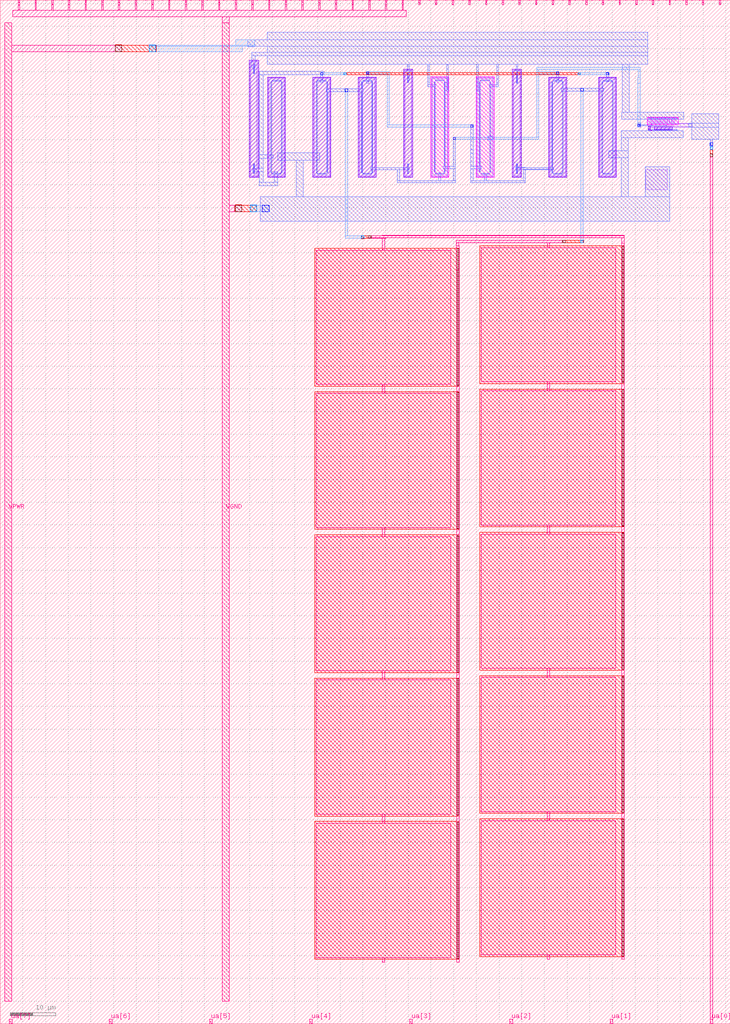
<source format=lef>
VERSION 5.7 ;
  NOWIREEXTENSIONATPIN ON ;
  DIVIDERCHAR "/" ;
  BUSBITCHARS "[]" ;
MACRO tt_um_mattvenn_relax_osc
  CLASS BLOCK ;
  FOREIGN tt_um_mattvenn_relax_osc ;
  ORIGIN 0.000 0.000 ;
  SIZE 161.000 BY 225.760 ;
  PIN clk
    DIRECTION INPUT ;
    USE SIGNAL ;
    PORT
      LAYER met4 ;
        RECT 154.870 224.760 155.170 225.760 ;
    END
  END clk
  PIN ena
    DIRECTION INPUT ;
    USE SIGNAL ;
    PORT
      LAYER met4 ;
        RECT 158.550 224.760 158.850 225.760 ;
    END
  END ena
  PIN rst_n
    DIRECTION INPUT ;
    USE SIGNAL ;
    PORT
      LAYER met4 ;
        RECT 151.190 224.760 151.490 225.760 ;
    END
  END rst_n
  PIN ua[0]
    DIRECTION INOUT ;
    USE SIGNAL ;
    ANTENNADIFFAREA 2.090400 ;
    PORT
      LAYER met4 ;
        RECT 156.560 0.000 157.160 1.000 ;
    END
  END ua[0]
  PIN ua[1]
    DIRECTION INOUT ;
    USE SIGNAL ;
    PORT
      LAYER met4 ;
        RECT 134.480 0.000 135.080 1.000 ;
    END
  END ua[1]
  PIN ua[2]
    DIRECTION INOUT ;
    USE SIGNAL ;
    PORT
      LAYER met4 ;
        RECT 112.400 0.000 113.000 1.000 ;
    END
  END ua[2]
  PIN ua[3]
    DIRECTION INOUT ;
    USE SIGNAL ;
    PORT
      LAYER met4 ;
        RECT 90.320 0.000 90.920 1.000 ;
    END
  END ua[3]
  PIN ua[4]
    DIRECTION INOUT ;
    USE SIGNAL ;
    PORT
      LAYER met4 ;
        RECT 68.240 0.000 68.840 1.000 ;
    END
  END ua[4]
  PIN ua[5]
    DIRECTION INOUT ;
    USE SIGNAL ;
    PORT
      LAYER met4 ;
        RECT 46.160 0.000 46.760 1.000 ;
    END
  END ua[5]
  PIN ua[6]
    DIRECTION INOUT ;
    USE SIGNAL ;
    PORT
      LAYER met4 ;
        RECT 24.080 0.000 24.680 1.000 ;
    END
  END ua[6]
  PIN ua[7]
    DIRECTION INOUT ;
    USE SIGNAL ;
    PORT
      LAYER met4 ;
        RECT 2.000 0.000 2.600 1.000 ;
    END
  END ua[7]
  PIN ui_in[0]
    DIRECTION INPUT ;
    USE SIGNAL ;
    PORT
      LAYER met4 ;
        RECT 147.510 224.760 147.810 225.760 ;
    END
  END ui_in[0]
  PIN ui_in[1]
    DIRECTION INPUT ;
    USE SIGNAL ;
    PORT
      LAYER met4 ;
        RECT 143.830 224.760 144.130 225.760 ;
    END
  END ui_in[1]
  PIN ui_in[2]
    DIRECTION INPUT ;
    USE SIGNAL ;
    PORT
      LAYER met4 ;
        RECT 140.150 224.760 140.450 225.760 ;
    END
  END ui_in[2]
  PIN ui_in[3]
    DIRECTION INPUT ;
    USE SIGNAL ;
    PORT
      LAYER met4 ;
        RECT 136.470 224.760 136.770 225.760 ;
    END
  END ui_in[3]
  PIN ui_in[4]
    DIRECTION INPUT ;
    USE SIGNAL ;
    PORT
      LAYER met4 ;
        RECT 132.790 224.760 133.090 225.760 ;
    END
  END ui_in[4]
  PIN ui_in[5]
    DIRECTION INPUT ;
    USE SIGNAL ;
    PORT
      LAYER met4 ;
        RECT 129.110 224.760 129.410 225.760 ;
    END
  END ui_in[5]
  PIN ui_in[6]
    DIRECTION INPUT ;
    USE SIGNAL ;
    PORT
      LAYER met4 ;
        RECT 125.430 224.760 125.730 225.760 ;
    END
  END ui_in[6]
  PIN ui_in[7]
    DIRECTION INPUT ;
    USE SIGNAL ;
    PORT
      LAYER met4 ;
        RECT 121.750 224.760 122.050 225.760 ;
    END
  END ui_in[7]
  PIN uio_in[0]
    DIRECTION INPUT ;
    USE SIGNAL ;
    PORT
      LAYER met4 ;
        RECT 118.070 224.760 118.370 225.760 ;
    END
  END uio_in[0]
  PIN uio_in[1]
    DIRECTION INPUT ;
    USE SIGNAL ;
    PORT
      LAYER met4 ;
        RECT 114.390 224.760 114.690 225.760 ;
    END
  END uio_in[1]
  PIN uio_in[2]
    DIRECTION INPUT ;
    USE SIGNAL ;
    PORT
      LAYER met4 ;
        RECT 110.710 224.760 111.010 225.760 ;
    END
  END uio_in[2]
  PIN uio_in[3]
    DIRECTION INPUT ;
    USE SIGNAL ;
    PORT
      LAYER met4 ;
        RECT 107.030 224.760 107.330 225.760 ;
    END
  END uio_in[3]
  PIN uio_in[4]
    DIRECTION INPUT ;
    USE SIGNAL ;
    PORT
      LAYER met4 ;
        RECT 103.350 224.760 103.650 225.760 ;
    END
  END uio_in[4]
  PIN uio_in[5]
    DIRECTION INPUT ;
    USE SIGNAL ;
    PORT
      LAYER met4 ;
        RECT 99.670 224.760 99.970 225.760 ;
    END
  END uio_in[5]
  PIN uio_in[6]
    DIRECTION INPUT ;
    USE SIGNAL ;
    PORT
      LAYER met4 ;
        RECT 95.990 224.760 96.290 225.760 ;
    END
  END uio_in[6]
  PIN uio_in[7]
    DIRECTION INPUT ;
    USE SIGNAL ;
    PORT
      LAYER met4 ;
        RECT 92.310 224.760 92.610 225.760 ;
    END
  END uio_in[7]
  PIN uio_oe[0]
    DIRECTION OUTPUT ;
    USE SIGNAL ;
    ANTENNADIFFAREA 18.064650 ;
    PORT
      LAYER met4 ;
        RECT 29.750 224.760 30.050 225.760 ;
    END
  END uio_oe[0]
  PIN uio_oe[1]
    DIRECTION OUTPUT ;
    USE SIGNAL ;
    ANTENNADIFFAREA 18.064650 ;
    PORT
      LAYER met4 ;
        RECT 26.070 224.760 26.370 225.760 ;
    END
  END uio_oe[1]
  PIN uio_oe[2]
    DIRECTION OUTPUT ;
    USE SIGNAL ;
    ANTENNADIFFAREA 18.064650 ;
    PORT
      LAYER met4 ;
        RECT 22.390 224.760 22.690 225.760 ;
    END
  END uio_oe[2]
  PIN uio_oe[3]
    DIRECTION OUTPUT ;
    USE SIGNAL ;
    ANTENNADIFFAREA 18.064650 ;
    PORT
      LAYER met4 ;
        RECT 18.710 224.760 19.010 225.760 ;
    END
  END uio_oe[3]
  PIN uio_oe[4]
    DIRECTION OUTPUT ;
    USE SIGNAL ;
    ANTENNADIFFAREA 18.064650 ;
    PORT
      LAYER met4 ;
        RECT 15.030 224.760 15.330 225.760 ;
    END
  END uio_oe[4]
  PIN uio_oe[5]
    DIRECTION OUTPUT ;
    USE SIGNAL ;
    ANTENNADIFFAREA 18.064650 ;
    PORT
      LAYER met4 ;
        RECT 11.350 224.760 11.650 225.760 ;
    END
  END uio_oe[5]
  PIN uio_oe[6]
    DIRECTION OUTPUT ;
    USE SIGNAL ;
    ANTENNADIFFAREA 18.064650 ;
    PORT
      LAYER met4 ;
        RECT 7.670 224.760 7.970 225.760 ;
    END
  END uio_oe[6]
  PIN uio_oe[7]
    DIRECTION OUTPUT ;
    USE SIGNAL ;
    ANTENNADIFFAREA 18.064650 ;
    PORT
      LAYER met4 ;
        RECT 3.990 224.760 4.290 225.760 ;
    END
  END uio_oe[7]
  PIN uio_out[0]
    DIRECTION OUTPUT ;
    USE SIGNAL ;
    ANTENNADIFFAREA 18.064650 ;
    PORT
      LAYER met4 ;
        RECT 59.190 224.760 59.490 225.760 ;
    END
  END uio_out[0]
  PIN uio_out[1]
    DIRECTION OUTPUT ;
    USE SIGNAL ;
    ANTENNADIFFAREA 18.064650 ;
    PORT
      LAYER met4 ;
        RECT 55.510 224.760 55.810 225.760 ;
    END
  END uio_out[1]
  PIN uio_out[2]
    DIRECTION OUTPUT ;
    USE SIGNAL ;
    ANTENNADIFFAREA 18.064650 ;
    PORT
      LAYER met4 ;
        RECT 51.830 224.760 52.130 225.760 ;
    END
  END uio_out[2]
  PIN uio_out[3]
    DIRECTION OUTPUT ;
    USE SIGNAL ;
    ANTENNADIFFAREA 18.064650 ;
    PORT
      LAYER met4 ;
        RECT 48.150 224.760 48.450 225.760 ;
    END
  END uio_out[3]
  PIN uio_out[4]
    DIRECTION OUTPUT ;
    USE SIGNAL ;
    ANTENNADIFFAREA 18.064650 ;
    PORT
      LAYER met4 ;
        RECT 44.470 224.760 44.770 225.760 ;
    END
  END uio_out[4]
  PIN uio_out[5]
    DIRECTION OUTPUT ;
    USE SIGNAL ;
    ANTENNADIFFAREA 18.064650 ;
    PORT
      LAYER met4 ;
        RECT 40.790 224.760 41.090 225.760 ;
    END
  END uio_out[5]
  PIN uio_out[6]
    DIRECTION OUTPUT ;
    USE SIGNAL ;
    ANTENNADIFFAREA 18.064650 ;
    PORT
      LAYER met4 ;
        RECT 37.110 224.760 37.410 225.760 ;
    END
  END uio_out[6]
  PIN uio_out[7]
    DIRECTION OUTPUT ;
    USE SIGNAL ;
    ANTENNADIFFAREA 18.064650 ;
    PORT
      LAYER met4 ;
        RECT 33.430 224.760 33.730 225.760 ;
    END
  END uio_out[7]
  PIN uo_out[0]
    DIRECTION OUTPUT ;
    USE SIGNAL ;
    ANTENNADIFFAREA 18.064650 ;
    PORT
      LAYER met4 ;
        RECT 88.630 224.760 88.930 225.760 ;
    END
  END uo_out[0]
  PIN uo_out[1]
    DIRECTION OUTPUT ;
    USE SIGNAL ;
    ANTENNADIFFAREA 18.064650 ;
    PORT
      LAYER met4 ;
        RECT 84.950 224.760 85.250 225.760 ;
    END
  END uo_out[1]
  PIN uo_out[2]
    DIRECTION OUTPUT ;
    USE SIGNAL ;
    ANTENNADIFFAREA 18.064650 ;
    PORT
      LAYER met4 ;
        RECT 81.270 224.760 81.570 225.760 ;
    END
  END uo_out[2]
  PIN uo_out[3]
    DIRECTION OUTPUT ;
    USE SIGNAL ;
    ANTENNADIFFAREA 18.064650 ;
    PORT
      LAYER met4 ;
        RECT 77.590 224.760 77.890 225.760 ;
    END
  END uo_out[3]
  PIN uo_out[4]
    DIRECTION OUTPUT ;
    USE SIGNAL ;
    ANTENNADIFFAREA 18.064650 ;
    PORT
      LAYER met4 ;
        RECT 73.910 224.760 74.210 225.760 ;
    END
  END uo_out[4]
  PIN uo_out[5]
    DIRECTION OUTPUT ;
    USE SIGNAL ;
    ANTENNADIFFAREA 18.064650 ;
    PORT
      LAYER met4 ;
        RECT 70.230 224.760 70.530 225.760 ;
    END
  END uo_out[5]
  PIN uo_out[6]
    DIRECTION OUTPUT ;
    USE SIGNAL ;
    ANTENNADIFFAREA 18.064650 ;
    PORT
      LAYER met4 ;
        RECT 66.550 224.760 66.850 225.760 ;
    END
  END uo_out[6]
  PIN uo_out[7]
    DIRECTION OUTPUT ;
    USE SIGNAL ;
    ANTENNADIFFAREA 18.064650 ;
    PORT
      LAYER met4 ;
        RECT 62.870 224.760 63.170 225.760 ;
    END
  END uo_out[7]
  PIN VPWR
    DIRECTION INOUT ;
    USE POWER ;
    PORT
      LAYER met4 ;
        RECT 1.000 5.000 2.500 220.760 ;
    END
  END VPWR
  PIN VGND
    DIRECTION INOUT ;
    USE GROUND ;
    PORT
      LAYER met4 ;
        RECT 49.000 5.000 50.500 220.760 ;
    END
  END VGND
  OBS
      LAYER pwell ;
        RECT 54.950 186.670 56.960 212.490 ;
        RECT 58.950 186.670 62.910 208.770 ;
        RECT 68.950 186.670 72.910 208.770 ;
        RECT 78.950 186.670 82.910 208.770 ;
        RECT 88.950 186.670 90.960 210.490 ;
      LAYER nwell ;
        RECT 94.950 186.670 98.910 208.860 ;
        RECT 104.950 186.670 108.910 208.860 ;
      LAYER pwell ;
        RECT 112.950 186.670 114.960 210.490 ;
        RECT 120.950 186.670 124.910 208.770 ;
        RECT 131.950 186.670 135.910 208.770 ;
      LAYER nwell ;
        RECT 142.690 198.315 149.510 199.920 ;
      LAYER pwell ;
        RECT 142.895 197.200 143.325 197.985 ;
        RECT 144.285 197.115 148.235 197.795 ;
        RECT 143.490 196.925 143.660 197.095 ;
      LAYER li1 ;
        RECT 55.130 212.140 56.780 212.310 ;
        RECT 55.130 187.020 55.300 212.140 ;
        RECT 55.780 209.500 56.130 211.660 ;
        RECT 55.780 187.500 56.130 189.660 ;
        RECT 56.610 187.020 56.780 212.140 ;
        RECT 89.130 210.140 90.780 210.310 ;
        RECT 55.130 186.850 56.780 187.020 ;
        RECT 59.130 208.420 62.730 208.590 ;
        RECT 59.130 187.020 59.300 208.420 ;
        RECT 59.930 207.910 61.930 208.080 ;
        RECT 59.700 187.700 59.870 207.740 ;
        RECT 61.990 187.700 62.160 207.740 ;
        RECT 59.930 187.360 61.930 187.530 ;
        RECT 62.560 187.020 62.730 208.420 ;
        RECT 59.130 186.850 62.730 187.020 ;
        RECT 69.130 208.420 72.730 208.590 ;
        RECT 69.130 187.020 69.300 208.420 ;
        RECT 69.930 207.910 71.930 208.080 ;
        RECT 69.700 187.700 69.870 207.740 ;
        RECT 71.990 187.700 72.160 207.740 ;
        RECT 69.930 187.360 71.930 187.530 ;
        RECT 72.560 187.020 72.730 208.420 ;
        RECT 69.130 186.850 72.730 187.020 ;
        RECT 79.130 208.420 82.730 208.590 ;
        RECT 79.130 187.020 79.300 208.420 ;
        RECT 79.930 207.910 81.930 208.080 ;
        RECT 79.700 187.700 79.870 207.740 ;
        RECT 81.990 187.700 82.160 207.740 ;
        RECT 79.930 187.360 81.930 187.530 ;
        RECT 82.560 187.020 82.730 208.420 ;
        RECT 79.130 186.850 82.730 187.020 ;
        RECT 89.130 187.020 89.300 210.140 ;
        RECT 89.780 207.500 90.130 209.660 ;
        RECT 89.780 187.500 90.130 189.660 ;
        RECT 90.610 187.020 90.780 210.140 ;
        RECT 113.130 210.140 114.780 210.310 ;
        RECT 89.130 186.850 90.780 187.020 ;
        RECT 95.130 208.510 98.730 208.680 ;
        RECT 95.130 187.020 95.300 208.510 ;
        RECT 95.930 208.000 97.930 208.170 ;
        RECT 95.700 187.745 95.870 207.785 ;
        RECT 97.990 187.745 98.160 207.785 ;
        RECT 98.560 206.040 98.730 208.510 ;
        RECT 105.130 208.510 108.730 208.680 ;
        RECT 105.130 206.040 105.300 208.510 ;
        RECT 105.930 208.000 107.930 208.170 ;
        RECT 98.480 205.700 98.820 206.040 ;
        RECT 105.080 205.700 105.420 206.040 ;
        RECT 95.930 187.360 97.930 187.530 ;
        RECT 98.560 187.020 98.730 205.700 ;
        RECT 95.130 186.850 98.730 187.020 ;
        RECT 105.130 187.020 105.300 205.700 ;
        RECT 105.700 187.745 105.870 207.785 ;
        RECT 107.990 187.745 108.160 207.785 ;
        RECT 105.930 187.360 107.930 187.530 ;
        RECT 108.560 187.020 108.730 208.510 ;
        RECT 105.130 186.850 108.730 187.020 ;
        RECT 113.130 187.020 113.300 210.140 ;
        RECT 113.780 207.500 114.130 209.660 ;
        RECT 113.780 187.500 114.130 189.660 ;
        RECT 114.610 187.020 114.780 210.140 ;
        RECT 113.130 186.850 114.780 187.020 ;
        RECT 121.130 208.420 124.730 208.590 ;
        RECT 121.130 187.020 121.300 208.420 ;
        RECT 121.930 207.910 123.930 208.080 ;
        RECT 121.700 187.700 121.870 207.740 ;
        RECT 123.990 187.700 124.160 207.740 ;
        RECT 121.930 187.360 123.930 187.530 ;
        RECT 124.560 187.020 124.730 208.420 ;
        RECT 121.130 186.850 124.730 187.020 ;
        RECT 132.130 208.420 135.730 208.590 ;
        RECT 132.130 187.020 132.300 208.420 ;
        RECT 132.930 207.910 134.930 208.080 ;
        RECT 132.700 187.700 132.870 207.740 ;
        RECT 134.990 187.700 135.160 207.740 ;
        RECT 132.930 187.360 134.930 187.530 ;
        RECT 135.560 187.020 135.730 208.420 ;
        RECT 142.880 199.645 149.320 199.815 ;
        RECT 142.965 198.480 143.255 199.645 ;
        RECT 143.475 198.810 143.735 199.645 ;
        RECT 143.905 198.640 144.145 199.445 ;
        RECT 144.315 198.810 144.575 199.645 ;
        RECT 144.745 198.640 144.985 199.445 ;
        RECT 145.155 198.810 145.415 199.645 ;
        RECT 145.585 198.640 145.835 199.445 ;
        RECT 146.005 198.810 146.250 199.645 ;
        RECT 146.420 198.640 146.665 199.445 ;
        RECT 146.835 198.810 147.090 199.645 ;
        RECT 147.260 198.640 147.515 199.445 ;
        RECT 147.685 198.810 147.935 199.645 ;
        RECT 148.105 198.640 148.345 199.445 ;
        RECT 148.515 198.810 148.770 199.645 ;
        RECT 143.455 198.570 148.780 198.640 ;
        RECT 143.455 198.470 152.650 198.570 ;
        RECT 143.455 197.875 143.625 198.470 ;
        RECT 143.795 198.045 148.205 198.300 ;
        RECT 148.450 197.875 152.650 198.470 ;
        RECT 142.965 197.095 143.255 197.820 ;
        RECT 143.455 197.770 152.650 197.875 ;
        RECT 143.455 197.705 148.780 197.770 ;
        RECT 144.375 197.095 144.705 197.535 ;
        RECT 144.875 197.290 145.065 197.705 ;
        RECT 145.235 197.095 145.565 197.535 ;
        RECT 145.735 197.290 145.925 197.705 ;
        RECT 146.095 197.095 146.425 197.535 ;
        RECT 146.595 197.290 146.785 197.705 ;
        RECT 146.955 197.095 147.285 197.535 ;
        RECT 147.455 197.290 147.645 197.705 ;
        RECT 147.815 197.095 148.145 197.535 ;
        RECT 142.880 196.925 149.320 197.095 ;
        RECT 132.130 186.850 135.730 187.020 ;
        RECT 142.400 183.970 147.110 188.300 ;
      LAYER mcon ;
        RECT 55.860 209.585 56.050 211.570 ;
        RECT 55.860 187.590 56.050 189.575 ;
        RECT 60.010 207.910 61.850 208.080 ;
        RECT 59.700 187.780 59.870 207.660 ;
        RECT 61.990 187.780 62.160 207.660 ;
        RECT 60.010 187.360 61.850 187.530 ;
        RECT 70.010 207.910 71.850 208.080 ;
        RECT 69.700 187.780 69.870 207.660 ;
        RECT 71.990 187.780 72.160 207.660 ;
        RECT 70.010 187.360 71.850 187.530 ;
        RECT 80.010 207.910 81.850 208.080 ;
        RECT 79.700 187.780 79.870 207.660 ;
        RECT 81.990 187.780 82.160 207.660 ;
        RECT 80.010 187.360 81.850 187.530 ;
        RECT 89.860 207.585 90.050 209.570 ;
        RECT 89.860 187.590 90.050 189.575 ;
        RECT 96.010 208.000 97.850 208.170 ;
        RECT 95.700 187.825 95.870 207.705 ;
        RECT 97.990 187.825 98.160 207.705 ;
        RECT 106.010 208.000 107.850 208.170 ;
        RECT 98.480 205.700 98.820 206.040 ;
        RECT 105.080 205.700 105.420 206.040 ;
        RECT 96.010 187.360 97.850 187.530 ;
        RECT 105.700 187.825 105.870 207.705 ;
        RECT 107.990 187.825 108.160 207.705 ;
        RECT 106.010 187.360 107.850 187.530 ;
        RECT 113.860 207.585 114.050 209.570 ;
        RECT 113.860 187.590 114.050 189.575 ;
        RECT 122.010 207.910 123.850 208.080 ;
        RECT 121.700 187.780 121.870 207.660 ;
        RECT 123.990 187.780 124.160 207.660 ;
        RECT 122.010 187.360 123.850 187.530 ;
        RECT 133.010 207.910 134.850 208.080 ;
        RECT 132.700 187.780 132.870 207.660 ;
        RECT 134.990 187.780 135.160 207.660 ;
        RECT 133.010 187.360 134.850 187.530 ;
        RECT 143.025 199.645 143.195 199.815 ;
        RECT 143.485 199.645 143.655 199.815 ;
        RECT 143.945 199.645 144.115 199.815 ;
        RECT 144.405 199.645 144.575 199.815 ;
        RECT 144.865 199.645 145.035 199.815 ;
        RECT 145.325 199.645 145.495 199.815 ;
        RECT 145.785 199.645 145.955 199.815 ;
        RECT 146.245 199.645 146.415 199.815 ;
        RECT 146.705 199.645 146.875 199.815 ;
        RECT 147.165 199.645 147.335 199.815 ;
        RECT 147.625 199.645 147.795 199.815 ;
        RECT 148.085 199.645 148.255 199.815 ;
        RECT 148.545 199.645 148.715 199.815 ;
        RECT 149.005 199.645 149.175 199.815 ;
        RECT 146.765 198.085 146.935 198.255 ;
        RECT 151.880 197.800 152.620 198.540 ;
        RECT 143.025 196.925 143.195 197.095 ;
        RECT 143.485 196.925 143.655 197.095 ;
        RECT 143.945 196.925 144.115 197.095 ;
        RECT 144.405 196.925 144.575 197.095 ;
        RECT 144.865 196.925 145.035 197.095 ;
        RECT 145.325 196.925 145.495 197.095 ;
        RECT 145.785 196.925 145.955 197.095 ;
        RECT 146.245 196.925 146.415 197.095 ;
        RECT 146.705 196.925 146.875 197.095 ;
        RECT 147.165 196.925 147.335 197.095 ;
        RECT 147.625 196.925 147.795 197.095 ;
        RECT 148.085 196.925 148.255 197.095 ;
        RECT 148.545 196.925 148.715 197.095 ;
        RECT 149.005 196.925 149.175 197.095 ;
      LAYER met1 ;
        RECT 54.580 217.040 56.080 217.070 ;
        RECT 58.850 217.040 142.850 218.670 ;
        RECT 54.580 215.540 142.850 217.040 ;
        RECT 54.580 215.510 56.080 215.540 ;
        RECT 58.850 214.270 142.850 215.540 ;
        RECT 55.450 213.470 142.850 214.270 ;
        RECT 55.455 210.875 56.245 213.470 ;
        RECT 58.850 211.670 142.850 213.470 ;
        RECT 89.750 211.175 90.150 211.670 ;
        RECT 55.830 209.525 56.080 210.875 ;
        RECT 57.150 209.270 71.350 210.070 ;
        RECT 57.150 191.670 57.950 209.270 ;
        RECT 70.650 208.110 71.150 209.270 ;
        RECT 80.800 208.110 81.300 209.950 ;
        RECT 59.950 207.880 61.910 208.110 ;
        RECT 69.950 207.880 71.910 208.110 ;
        RECT 79.950 207.880 81.910 208.110 ;
        RECT 89.750 207.970 90.155 211.175 ;
        RECT 59.670 191.670 59.900 207.720 ;
        RECT 61.960 192.070 62.190 207.720 ;
        RECT 69.670 192.070 69.900 207.720 ;
        RECT 70.650 207.570 71.150 207.880 ;
        RECT 71.960 206.170 72.190 207.720 ;
        RECT 76.060 206.170 76.660 206.200 ;
        RECT 79.670 206.170 79.900 207.720 ;
        RECT 80.800 207.420 81.300 207.880 ;
        RECT 71.850 205.570 80.050 206.170 ;
        RECT 57.150 190.870 60.250 191.670 ;
        RECT 55.830 188.670 56.080 189.635 ;
        RECT 57.150 188.670 57.950 190.870 ;
        RECT 55.650 187.870 57.950 188.670 ;
        RECT 55.830 187.530 56.080 187.870 ;
        RECT 57.150 185.570 57.950 187.870 ;
        RECT 59.670 187.720 59.900 190.870 ;
        RECT 61.250 190.470 70.450 192.070 ;
        RECT 60.450 187.560 61.250 187.870 ;
        RECT 61.960 187.720 62.190 190.470 ;
        RECT 59.950 187.330 61.910 187.560 ;
        RECT 60.450 185.570 61.250 187.330 ;
        RECT 57.150 184.770 61.250 185.570 ;
        RECT 65.250 182.370 66.850 190.470 ;
        RECT 69.670 187.720 69.900 190.470 ;
        RECT 71.960 187.720 72.190 205.570 ;
        RECT 76.060 205.540 76.660 205.570 ;
        RECT 79.670 187.720 79.900 205.570 ;
        RECT 81.960 188.820 82.190 207.720 ;
        RECT 89.830 207.525 90.080 207.970 ;
        RECT 94.250 207.070 94.650 211.670 ;
        RECT 95.950 207.970 97.910 208.200 ;
        RECT 95.670 207.070 95.900 207.765 ;
        RECT 94.250 206.670 96.050 207.070 ;
        RECT 89.830 188.820 90.080 189.635 ;
        RECT 81.700 188.320 90.200 188.820 ;
        RECT 81.960 187.720 82.190 188.320 ;
        RECT 69.950 187.330 71.910 187.560 ;
        RECT 79.950 187.330 81.910 187.560 ;
        RECT 87.600 185.970 88.100 188.320 ;
        RECT 89.830 187.530 90.080 188.320 ;
        RECT 95.670 187.765 95.900 206.670 ;
        RECT 97.960 189.120 98.190 207.765 ;
        RECT 98.450 205.640 98.850 211.670 ;
        RECT 105.050 205.640 105.450 211.670 ;
        RECT 105.950 207.970 107.910 208.200 ;
        RECT 103.770 197.720 104.330 198.220 ;
        RECT 99.900 189.120 100.400 195.550 ;
        RECT 97.700 188.620 100.400 189.120 ;
        RECT 97.960 187.765 98.190 188.620 ;
        RECT 96.700 187.560 97.200 187.720 ;
        RECT 95.950 187.330 97.910 187.560 ;
        RECT 96.700 185.970 97.200 187.330 ;
        RECT 99.900 185.970 100.400 188.620 ;
        RECT 103.800 192.740 104.300 197.720 ;
        RECT 103.800 191.940 104.350 192.740 ;
        RECT 103.800 189.120 104.300 191.940 ;
        RECT 105.670 189.120 105.900 207.765 ;
        RECT 107.960 207.070 108.190 207.765 ;
        RECT 109.450 207.070 109.850 211.670 ;
        RECT 113.750 207.470 114.150 211.670 ;
        RECT 119.150 211.640 119.650 211.670 ;
        RECT 122.670 209.420 123.230 209.920 ;
        RECT 122.700 208.110 123.200 209.420 ;
        RECT 133.700 208.110 134.200 209.800 ;
        RECT 121.950 207.880 123.910 208.110 ;
        RECT 132.950 207.880 134.910 208.110 ;
        RECT 107.850 206.670 109.850 207.070 ;
        RECT 107.960 195.740 108.190 206.670 ;
        RECT 107.550 194.940 108.750 195.740 ;
        RECT 103.800 188.620 106.100 189.120 ;
        RECT 103.800 185.970 104.300 188.620 ;
        RECT 105.670 187.765 105.900 188.620 ;
        RECT 107.960 187.765 108.190 194.940 ;
        RECT 113.830 188.920 114.080 189.635 ;
        RECT 113.700 188.820 115.800 188.920 ;
        RECT 121.670 188.820 121.900 207.720 ;
        RECT 122.700 207.520 123.200 207.880 ;
        RECT 133.700 207.720 134.200 207.880 ;
        RECT 123.960 206.270 124.190 207.720 ;
        RECT 128.020 206.270 128.620 206.300 ;
        RECT 132.670 206.270 132.900 207.720 ;
        RECT 123.750 205.670 133.050 206.270 ;
        RECT 113.700 188.420 122.100 188.820 ;
        RECT 105.950 187.330 107.910 187.560 ;
        RECT 113.830 187.530 114.080 188.420 ;
        RECT 115.300 188.320 122.100 188.420 ;
        RECT 106.800 185.970 107.300 187.330 ;
        RECT 115.300 185.970 115.800 188.320 ;
        RECT 121.670 187.720 121.900 188.320 ;
        RECT 123.960 187.720 124.190 205.670 ;
        RECT 128.020 205.640 128.620 205.670 ;
        RECT 132.670 187.720 132.900 205.670 ;
        RECT 134.960 192.570 135.190 207.720 ;
        RECT 137.150 201.070 138.750 211.670 ;
        RECT 137.050 199.470 150.750 201.070 ;
        RECT 140.550 198.270 141.250 198.670 ;
        RECT 152.550 198.570 158.450 200.670 ;
        RECT 146.705 198.270 146.995 198.285 ;
        RECT 140.550 198.070 146.995 198.270 ;
        RECT 140.550 197.770 141.250 198.070 ;
        RECT 146.705 198.055 146.995 198.070 ;
        RECT 151.820 197.770 158.450 198.570 ;
        RECT 142.880 196.970 149.320 197.250 ;
        RECT 136.950 195.370 150.650 196.970 ;
        RECT 136.950 192.570 138.550 195.370 ;
        RECT 152.550 195.070 158.450 197.770 ;
        RECT 156.560 194.280 157.160 195.070 ;
        RECT 156.530 193.680 157.190 194.280 ;
        RECT 134.250 190.970 138.550 192.570 ;
        RECT 134.960 187.720 135.190 190.970 ;
        RECT 121.950 187.330 123.910 187.560 ;
        RECT 132.950 187.330 134.910 187.560 ;
        RECT 87.600 185.470 100.450 185.970 ;
        RECT 103.750 185.470 115.800 185.970 ;
        RECT 136.950 182.370 138.550 190.970 ;
        RECT 142.220 182.370 147.620 188.980 ;
        RECT 57.350 176.970 147.620 182.370 ;
      LAYER via ;
        RECT 70.650 209.270 71.150 209.770 ;
        RECT 80.800 209.420 81.300 209.920 ;
        RECT 76.060 205.570 76.660 206.170 ;
        RECT 103.800 197.720 104.300 198.220 ;
        RECT 99.900 195.020 100.400 195.520 ;
        RECT 122.700 209.420 123.200 209.920 ;
        RECT 133.700 209.270 134.200 209.770 ;
        RECT 128.020 205.670 128.620 206.270 ;
        RECT 140.600 197.920 141.100 198.420 ;
        RECT 156.560 193.680 157.160 194.280 ;
        RECT 57.780 179.060 59.280 180.560 ;
      LAYER met2 ;
        RECT 32.885 215.860 34.335 215.880 ;
        RECT 51.910 215.860 56.110 217.040 ;
        RECT 32.860 215.540 56.110 215.860 ;
        RECT 32.860 214.360 53.410 215.540 ;
        RECT 32.885 214.340 34.335 214.360 ;
        RECT 118.300 210.420 141.200 210.920 ;
        RECT 118.300 209.920 118.800 210.420 ;
        RECT 122.700 209.920 123.200 209.950 ;
        RECT 70.650 209.770 71.150 209.800 ;
        RECT 70.650 209.270 76.345 209.770 ;
        RECT 80.770 209.420 85.800 209.920 ;
        RECT 70.650 209.240 71.150 209.270 ;
        RECT 76.030 205.570 76.690 206.170 ;
        RECT 55.115 180.560 56.565 180.580 ;
        RECT 55.090 179.060 59.310 180.560 ;
        RECT 55.115 179.040 56.565 179.060 ;
        RECT 76.060 173.800 76.660 205.570 ;
        RECT 85.300 198.220 85.800 209.420 ;
        RECT 118.300 209.420 123.200 209.920 ;
        RECT 127.425 209.770 127.875 209.790 ;
        RECT 103.800 198.220 104.300 198.250 ;
        RECT 85.300 197.720 104.300 198.220 ;
        RECT 103.800 197.690 104.300 197.720 ;
        RECT 118.300 195.520 118.800 209.420 ;
        RECT 122.700 209.390 123.200 209.420 ;
        RECT 127.400 209.270 134.340 209.770 ;
        RECT 127.425 209.250 127.875 209.270 ;
        RECT 140.700 208.760 141.200 210.420 ;
        RECT 140.600 207.420 141.200 208.760 ;
        RECT 127.990 205.670 128.650 206.270 ;
        RECT 99.870 195.020 118.800 195.520 ;
        RECT 76.060 173.200 80.255 173.800 ;
        RECT 128.020 172.820 128.620 205.670 ;
        RECT 140.600 197.890 141.100 207.420 ;
        RECT 156.560 193.385 157.160 194.310 ;
        RECT 156.540 192.835 157.180 193.385 ;
        RECT 156.560 192.810 157.160 192.835 ;
        RECT 127.975 172.220 128.665 172.820 ;
      LAYER via2 ;
        RECT 32.885 214.385 34.335 215.835 ;
        RECT 75.800 209.270 76.300 209.770 ;
        RECT 55.115 179.085 56.565 180.535 ;
        RECT 127.425 209.295 127.875 209.745 ;
        RECT 79.610 173.200 80.210 173.800 ;
        RECT 156.585 192.835 157.135 193.385 ;
        RECT 128.020 172.220 128.620 172.820 ;
      LAYER met3 ;
        RECT 25.335 215.860 26.825 215.885 ;
        RECT 25.330 214.360 34.360 215.860 ;
        RECT 25.335 214.335 26.825 214.360 ;
        RECT 75.775 209.770 76.325 209.795 ;
        RECT 75.775 209.270 127.900 209.770 ;
        RECT 75.775 209.245 76.325 209.270 ;
        RECT 156.560 191.835 157.160 193.410 ;
        RECT 156.535 191.245 157.185 191.835 ;
        RECT 156.560 191.240 157.160 191.245 ;
        RECT 51.775 180.560 53.265 180.585 ;
        RECT 51.770 179.060 56.590 180.560 ;
        RECT 51.775 179.035 53.265 179.060 ;
        RECT 79.585 173.800 80.235 173.825 ;
        RECT 79.585 173.200 81.810 173.800 ;
        RECT 79.585 173.175 80.235 173.200 ;
        RECT 127.995 172.820 128.645 172.845 ;
        RECT 123.960 172.220 128.645 172.820 ;
        RECT 127.995 172.195 128.645 172.220 ;
        RECT 69.350 140.610 101.210 171.010 ;
        RECT 105.730 141.190 137.590 171.590 ;
        RECT 69.350 109.010 101.210 139.410 ;
        RECT 105.730 109.590 137.590 139.990 ;
        RECT 69.350 77.410 101.210 107.810 ;
        RECT 105.730 77.990 137.590 108.390 ;
        RECT 69.350 45.810 101.210 76.210 ;
        RECT 105.730 46.390 137.590 76.790 ;
        RECT 69.350 14.210 101.210 44.610 ;
        RECT 105.730 14.790 137.590 45.190 ;
      LAYER via3 ;
        RECT 25.335 214.365 26.825 215.855 ;
        RECT 156.565 191.245 157.155 191.835 ;
        RECT 51.775 179.065 53.265 180.555 ;
        RECT 81.180 173.200 81.780 173.800 ;
        RECT 123.990 172.220 124.590 172.820 ;
        RECT 100.790 140.750 101.110 170.870 ;
        RECT 137.170 141.330 137.490 171.450 ;
        RECT 100.790 109.150 101.110 139.270 ;
        RECT 137.170 109.730 137.490 139.850 ;
        RECT 100.790 77.550 101.110 107.670 ;
        RECT 137.170 78.130 137.490 108.250 ;
        RECT 100.790 45.950 101.110 76.070 ;
        RECT 137.170 46.530 137.490 76.650 ;
        RECT 100.790 14.350 101.110 44.470 ;
        RECT 137.170 14.930 137.490 45.050 ;
      LAYER met4 ;
        RECT 3.990 223.550 4.290 224.760 ;
        RECT 7.670 223.550 7.970 224.760 ;
        RECT 11.350 223.550 11.650 224.760 ;
        RECT 15.030 223.550 15.330 224.760 ;
        RECT 18.710 223.550 19.010 224.760 ;
        RECT 22.390 223.550 22.690 224.760 ;
        RECT 26.070 223.550 26.370 224.760 ;
        RECT 29.750 223.550 30.050 224.760 ;
        RECT 33.430 223.550 33.730 224.760 ;
        RECT 37.110 223.550 37.410 224.760 ;
        RECT 40.790 223.550 41.090 224.760 ;
        RECT 44.470 223.550 44.770 224.760 ;
        RECT 48.150 223.550 48.450 224.760 ;
        RECT 51.830 223.550 52.130 224.760 ;
        RECT 55.510 223.550 55.810 224.760 ;
        RECT 59.190 223.550 59.490 224.760 ;
        RECT 62.870 223.550 63.170 224.760 ;
        RECT 66.550 223.550 66.850 224.760 ;
        RECT 70.230 223.550 70.530 224.760 ;
        RECT 73.910 223.550 74.210 224.760 ;
        RECT 77.590 223.550 77.890 224.760 ;
        RECT 81.270 223.550 81.570 224.760 ;
        RECT 84.950 223.550 85.250 224.760 ;
        RECT 88.630 223.550 88.930 224.760 ;
        RECT 2.760 222.050 89.560 223.550 ;
        RECT 49.000 220.760 50.500 222.050 ;
        RECT 2.500 214.360 26.830 215.860 ;
        RECT 50.500 179.060 53.270 180.560 ;
        RECT 81.175 173.800 81.785 173.805 ;
        RECT 84.290 173.800 137.600 173.870 ;
        RECT 81.175 173.350 137.600 173.800 ;
        RECT 81.175 173.200 85.120 173.350 ;
        RECT 81.175 173.195 81.785 173.200 ;
        RECT 84.290 170.615 84.810 173.200 ;
        RECT 123.985 172.820 124.595 172.825 ;
        RECT 119.240 172.800 124.595 172.820 ;
        RECT 100.610 172.280 124.595 172.800 ;
        RECT 100.610 171.610 101.130 172.280 ;
        RECT 119.240 172.220 124.595 172.280 ;
        RECT 69.745 141.005 99.355 170.615 ;
        RECT 100.610 166.340 101.210 171.610 ;
        RECT 120.670 171.195 121.190 172.220 ;
        RECT 123.985 172.215 124.595 172.220 ;
        RECT 137.080 172.190 137.600 173.350 ;
        RECT 84.290 139.015 84.810 141.005 ;
        RECT 69.745 109.405 99.355 139.015 ;
        RECT 84.290 107.415 84.810 109.405 ;
        RECT 69.745 77.805 99.355 107.415 ;
        RECT 84.290 75.815 84.810 77.805 ;
        RECT 69.745 46.205 99.355 75.815 ;
        RECT 84.290 44.215 84.810 46.205 ;
        RECT 69.745 14.605 99.355 44.215 ;
        RECT 84.290 13.610 84.810 14.605 ;
        RECT 100.690 13.610 101.210 166.340 ;
        RECT 106.125 141.585 135.735 171.195 ;
        RECT 137.070 165.730 137.600 172.190 ;
        RECT 120.670 139.595 121.190 141.585 ;
        RECT 106.125 109.985 135.735 139.595 ;
        RECT 120.670 107.995 121.190 109.985 ;
        RECT 106.125 78.385 135.735 107.995 ;
        RECT 120.670 76.395 121.190 78.385 ;
        RECT 106.125 46.785 135.735 76.395 ;
        RECT 120.670 44.795 121.190 46.785 ;
        RECT 106.125 15.185 135.735 44.795 ;
        RECT 120.670 14.190 121.190 15.185 ;
        RECT 137.070 14.190 137.590 165.730 ;
        RECT 156.560 1.000 157.160 191.840 ;
  END
END tt_um_mattvenn_relax_osc
END LIBRARY


</source>
